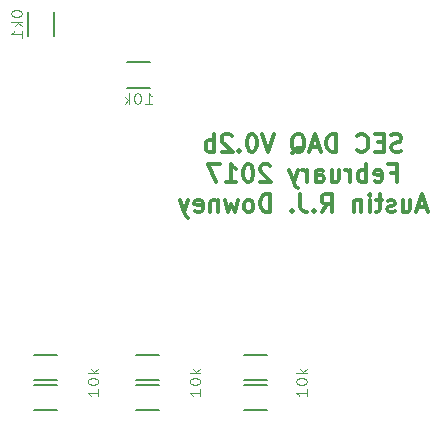
<source format=gbr>
G04 #@! TF.FileFunction,Legend,Bot*
%FSLAX46Y46*%
G04 Gerber Fmt 4.6, Leading zero omitted, Abs format (unit mm)*
G04 Created by KiCad (PCBNEW 4.0.5) date 02/15/17 17:48:56*
%MOMM*%
%LPD*%
G01*
G04 APERTURE LIST*
%ADD10C,0.100000*%
%ADD11C,0.300000*%
%ADD12C,0.150000*%
G04 APERTURE END LIST*
D10*
X169505238Y-97054143D02*
X170076667Y-97054143D01*
X169790953Y-97054143D02*
X169790953Y-96154143D01*
X169886191Y-96282714D01*
X169981429Y-96368429D01*
X170076667Y-96411286D01*
X168886191Y-96154143D02*
X168790952Y-96154143D01*
X168695714Y-96197000D01*
X168648095Y-96239857D01*
X168600476Y-96325571D01*
X168552857Y-96497000D01*
X168552857Y-96711286D01*
X168600476Y-96882714D01*
X168648095Y-96968429D01*
X168695714Y-97011286D01*
X168790952Y-97054143D01*
X168886191Y-97054143D01*
X168981429Y-97011286D01*
X169029048Y-96968429D01*
X169076667Y-96882714D01*
X169124286Y-96711286D01*
X169124286Y-96497000D01*
X169076667Y-96325571D01*
X169029048Y-96239857D01*
X168981429Y-96197000D01*
X168886191Y-96154143D01*
X168124286Y-97054143D02*
X168124286Y-96154143D01*
X168029048Y-96711286D02*
X167743333Y-97054143D01*
X167743333Y-96454143D02*
X168124286Y-96797000D01*
X183160143Y-121245238D02*
X183160143Y-121816667D01*
X183160143Y-121530953D02*
X182260143Y-121530953D01*
X182388714Y-121626191D01*
X182474429Y-121721429D01*
X182517286Y-121816667D01*
X182260143Y-120626191D02*
X182260143Y-120530952D01*
X182303000Y-120435714D01*
X182345857Y-120388095D01*
X182431571Y-120340476D01*
X182603000Y-120292857D01*
X182817286Y-120292857D01*
X182988714Y-120340476D01*
X183074429Y-120388095D01*
X183117286Y-120435714D01*
X183160143Y-120530952D01*
X183160143Y-120626191D01*
X183117286Y-120721429D01*
X183074429Y-120769048D01*
X182988714Y-120816667D01*
X182817286Y-120864286D01*
X182603000Y-120864286D01*
X182431571Y-120816667D01*
X182345857Y-120769048D01*
X182303000Y-120721429D01*
X182260143Y-120626191D01*
X183160143Y-119864286D02*
X182260143Y-119864286D01*
X182817286Y-119769048D02*
X183160143Y-119483333D01*
X182560143Y-119483333D02*
X182903000Y-119864286D01*
X174143143Y-121245238D02*
X174143143Y-121816667D01*
X174143143Y-121530953D02*
X173243143Y-121530953D01*
X173371714Y-121626191D01*
X173457429Y-121721429D01*
X173500286Y-121816667D01*
X173243143Y-120626191D02*
X173243143Y-120530952D01*
X173286000Y-120435714D01*
X173328857Y-120388095D01*
X173414571Y-120340476D01*
X173586000Y-120292857D01*
X173800286Y-120292857D01*
X173971714Y-120340476D01*
X174057429Y-120388095D01*
X174100286Y-120435714D01*
X174143143Y-120530952D01*
X174143143Y-120626191D01*
X174100286Y-120721429D01*
X174057429Y-120769048D01*
X173971714Y-120816667D01*
X173800286Y-120864286D01*
X173586000Y-120864286D01*
X173414571Y-120816667D01*
X173328857Y-120769048D01*
X173286000Y-120721429D01*
X173243143Y-120626191D01*
X174143143Y-119864286D02*
X173243143Y-119864286D01*
X173800286Y-119769048D02*
X174143143Y-119483333D01*
X173543143Y-119483333D02*
X173886000Y-119864286D01*
X165507143Y-121245238D02*
X165507143Y-121816667D01*
X165507143Y-121530953D02*
X164607143Y-121530953D01*
X164735714Y-121626191D01*
X164821429Y-121721429D01*
X164864286Y-121816667D01*
X164607143Y-120626191D02*
X164607143Y-120530952D01*
X164650000Y-120435714D01*
X164692857Y-120388095D01*
X164778571Y-120340476D01*
X164950000Y-120292857D01*
X165164286Y-120292857D01*
X165335714Y-120340476D01*
X165421429Y-120388095D01*
X165464286Y-120435714D01*
X165507143Y-120530952D01*
X165507143Y-120626191D01*
X165464286Y-120721429D01*
X165421429Y-120769048D01*
X165335714Y-120816667D01*
X165164286Y-120864286D01*
X164950000Y-120864286D01*
X164778571Y-120816667D01*
X164692857Y-120769048D01*
X164650000Y-120721429D01*
X164607143Y-120626191D01*
X165507143Y-119864286D02*
X164607143Y-119864286D01*
X165164286Y-119769048D02*
X165507143Y-119483333D01*
X164907143Y-119483333D02*
X165250000Y-119864286D01*
X158130143Y-89368428D02*
X158130143Y-89463667D01*
X158173000Y-89558905D01*
X158215857Y-89606524D01*
X158301571Y-89654143D01*
X158473000Y-89701762D01*
X158687286Y-89701762D01*
X158858714Y-89654143D01*
X158944429Y-89606524D01*
X158987286Y-89558905D01*
X159030143Y-89463667D01*
X159030143Y-89368428D01*
X158987286Y-89273190D01*
X158944429Y-89225571D01*
X158858714Y-89177952D01*
X158687286Y-89130333D01*
X158473000Y-89130333D01*
X158301571Y-89177952D01*
X158215857Y-89225571D01*
X158173000Y-89273190D01*
X158130143Y-89368428D01*
X159030143Y-90130333D02*
X158130143Y-90130333D01*
X158687286Y-90225571D02*
X159030143Y-90511286D01*
X158430143Y-90511286D02*
X158773000Y-90130333D01*
X159030143Y-91463667D02*
X159030143Y-90892238D01*
X159030143Y-91177952D02*
X158130143Y-91177952D01*
X158258714Y-91082714D01*
X158344429Y-90987476D01*
X158387286Y-90892238D01*
D11*
X191165714Y-101054143D02*
X190951428Y-101125571D01*
X190594285Y-101125571D01*
X190451428Y-101054143D01*
X190379999Y-100982714D01*
X190308571Y-100839857D01*
X190308571Y-100697000D01*
X190379999Y-100554143D01*
X190451428Y-100482714D01*
X190594285Y-100411286D01*
X190879999Y-100339857D01*
X191022857Y-100268429D01*
X191094285Y-100197000D01*
X191165714Y-100054143D01*
X191165714Y-99911286D01*
X191094285Y-99768429D01*
X191022857Y-99697000D01*
X190879999Y-99625571D01*
X190522857Y-99625571D01*
X190308571Y-99697000D01*
X189665714Y-100339857D02*
X189165714Y-100339857D01*
X188951428Y-101125571D02*
X189665714Y-101125571D01*
X189665714Y-99625571D01*
X188951428Y-99625571D01*
X187451428Y-100982714D02*
X187522857Y-101054143D01*
X187737143Y-101125571D01*
X187880000Y-101125571D01*
X188094285Y-101054143D01*
X188237143Y-100911286D01*
X188308571Y-100768429D01*
X188380000Y-100482714D01*
X188380000Y-100268429D01*
X188308571Y-99982714D01*
X188237143Y-99839857D01*
X188094285Y-99697000D01*
X187880000Y-99625571D01*
X187737143Y-99625571D01*
X187522857Y-99697000D01*
X187451428Y-99768429D01*
X185665714Y-101125571D02*
X185665714Y-99625571D01*
X185308571Y-99625571D01*
X185094286Y-99697000D01*
X184951428Y-99839857D01*
X184880000Y-99982714D01*
X184808571Y-100268429D01*
X184808571Y-100482714D01*
X184880000Y-100768429D01*
X184951428Y-100911286D01*
X185094286Y-101054143D01*
X185308571Y-101125571D01*
X185665714Y-101125571D01*
X184237143Y-100697000D02*
X183522857Y-100697000D01*
X184380000Y-101125571D02*
X183880000Y-99625571D01*
X183380000Y-101125571D01*
X181880000Y-101268429D02*
X182022857Y-101197000D01*
X182165714Y-101054143D01*
X182380000Y-100839857D01*
X182522857Y-100768429D01*
X182665714Y-100768429D01*
X182594286Y-101125571D02*
X182737143Y-101054143D01*
X182880000Y-100911286D01*
X182951429Y-100625571D01*
X182951429Y-100125571D01*
X182880000Y-99839857D01*
X182737143Y-99697000D01*
X182594286Y-99625571D01*
X182308572Y-99625571D01*
X182165714Y-99697000D01*
X182022857Y-99839857D01*
X181951429Y-100125571D01*
X181951429Y-100625571D01*
X182022857Y-100911286D01*
X182165714Y-101054143D01*
X182308572Y-101125571D01*
X182594286Y-101125571D01*
X180380000Y-99625571D02*
X179880000Y-101125571D01*
X179380000Y-99625571D01*
X178594286Y-99625571D02*
X178451429Y-99625571D01*
X178308572Y-99697000D01*
X178237143Y-99768429D01*
X178165714Y-99911286D01*
X178094286Y-100197000D01*
X178094286Y-100554143D01*
X178165714Y-100839857D01*
X178237143Y-100982714D01*
X178308572Y-101054143D01*
X178451429Y-101125571D01*
X178594286Y-101125571D01*
X178737143Y-101054143D01*
X178808572Y-100982714D01*
X178880000Y-100839857D01*
X178951429Y-100554143D01*
X178951429Y-100197000D01*
X178880000Y-99911286D01*
X178808572Y-99768429D01*
X178737143Y-99697000D01*
X178594286Y-99625571D01*
X177451429Y-100982714D02*
X177380001Y-101054143D01*
X177451429Y-101125571D01*
X177522858Y-101054143D01*
X177451429Y-100982714D01*
X177451429Y-101125571D01*
X176808572Y-99768429D02*
X176737143Y-99697000D01*
X176594286Y-99625571D01*
X176237143Y-99625571D01*
X176094286Y-99697000D01*
X176022857Y-99768429D01*
X175951429Y-99911286D01*
X175951429Y-100054143D01*
X176022857Y-100268429D01*
X176880000Y-101125571D01*
X175951429Y-101125571D01*
X175308572Y-101125571D02*
X175308572Y-99625571D01*
X175308572Y-100197000D02*
X175165715Y-100125571D01*
X174880001Y-100125571D01*
X174737144Y-100197000D01*
X174665715Y-100268429D01*
X174594286Y-100411286D01*
X174594286Y-100839857D01*
X174665715Y-100982714D01*
X174737144Y-101054143D01*
X174880001Y-101125571D01*
X175165715Y-101125571D01*
X175308572Y-101054143D01*
X190272855Y-102889857D02*
X190772855Y-102889857D01*
X190772855Y-103675571D02*
X190772855Y-102175571D01*
X190058569Y-102175571D01*
X188915713Y-103604143D02*
X189058570Y-103675571D01*
X189344284Y-103675571D01*
X189487141Y-103604143D01*
X189558570Y-103461286D01*
X189558570Y-102889857D01*
X189487141Y-102747000D01*
X189344284Y-102675571D01*
X189058570Y-102675571D01*
X188915713Y-102747000D01*
X188844284Y-102889857D01*
X188844284Y-103032714D01*
X189558570Y-103175571D01*
X188201427Y-103675571D02*
X188201427Y-102175571D01*
X188201427Y-102747000D02*
X188058570Y-102675571D01*
X187772856Y-102675571D01*
X187629999Y-102747000D01*
X187558570Y-102818429D01*
X187487141Y-102961286D01*
X187487141Y-103389857D01*
X187558570Y-103532714D01*
X187629999Y-103604143D01*
X187772856Y-103675571D01*
X188058570Y-103675571D01*
X188201427Y-103604143D01*
X186844284Y-103675571D02*
X186844284Y-102675571D01*
X186844284Y-102961286D02*
X186772856Y-102818429D01*
X186701427Y-102747000D01*
X186558570Y-102675571D01*
X186415713Y-102675571D01*
X185272856Y-102675571D02*
X185272856Y-103675571D01*
X185915713Y-102675571D02*
X185915713Y-103461286D01*
X185844285Y-103604143D01*
X185701427Y-103675571D01*
X185487142Y-103675571D01*
X185344285Y-103604143D01*
X185272856Y-103532714D01*
X183915713Y-103675571D02*
X183915713Y-102889857D01*
X183987142Y-102747000D01*
X184129999Y-102675571D01*
X184415713Y-102675571D01*
X184558570Y-102747000D01*
X183915713Y-103604143D02*
X184058570Y-103675571D01*
X184415713Y-103675571D01*
X184558570Y-103604143D01*
X184629999Y-103461286D01*
X184629999Y-103318429D01*
X184558570Y-103175571D01*
X184415713Y-103104143D01*
X184058570Y-103104143D01*
X183915713Y-103032714D01*
X183201427Y-103675571D02*
X183201427Y-102675571D01*
X183201427Y-102961286D02*
X183129999Y-102818429D01*
X183058570Y-102747000D01*
X182915713Y-102675571D01*
X182772856Y-102675571D01*
X182415713Y-102675571D02*
X182058570Y-103675571D01*
X181701428Y-102675571D02*
X182058570Y-103675571D01*
X182201428Y-104032714D01*
X182272856Y-104104143D01*
X182415713Y-104175571D01*
X180058571Y-102318429D02*
X179987142Y-102247000D01*
X179844285Y-102175571D01*
X179487142Y-102175571D01*
X179344285Y-102247000D01*
X179272856Y-102318429D01*
X179201428Y-102461286D01*
X179201428Y-102604143D01*
X179272856Y-102818429D01*
X180129999Y-103675571D01*
X179201428Y-103675571D01*
X178272857Y-102175571D02*
X178130000Y-102175571D01*
X177987143Y-102247000D01*
X177915714Y-102318429D01*
X177844285Y-102461286D01*
X177772857Y-102747000D01*
X177772857Y-103104143D01*
X177844285Y-103389857D01*
X177915714Y-103532714D01*
X177987143Y-103604143D01*
X178130000Y-103675571D01*
X178272857Y-103675571D01*
X178415714Y-103604143D01*
X178487143Y-103532714D01*
X178558571Y-103389857D01*
X178630000Y-103104143D01*
X178630000Y-102747000D01*
X178558571Y-102461286D01*
X178487143Y-102318429D01*
X178415714Y-102247000D01*
X178272857Y-102175571D01*
X176344286Y-103675571D02*
X177201429Y-103675571D01*
X176772857Y-103675571D02*
X176772857Y-102175571D01*
X176915714Y-102389857D01*
X177058572Y-102532714D01*
X177201429Y-102604143D01*
X175844286Y-102175571D02*
X174844286Y-102175571D01*
X175487143Y-103675571D01*
X193272858Y-105797000D02*
X192558572Y-105797000D01*
X193415715Y-106225571D02*
X192915715Y-104725571D01*
X192415715Y-106225571D01*
X191272858Y-105225571D02*
X191272858Y-106225571D01*
X191915715Y-105225571D02*
X191915715Y-106011286D01*
X191844287Y-106154143D01*
X191701429Y-106225571D01*
X191487144Y-106225571D01*
X191344287Y-106154143D01*
X191272858Y-106082714D01*
X190630001Y-106154143D02*
X190487144Y-106225571D01*
X190201429Y-106225571D01*
X190058572Y-106154143D01*
X189987144Y-106011286D01*
X189987144Y-105939857D01*
X190058572Y-105797000D01*
X190201429Y-105725571D01*
X190415715Y-105725571D01*
X190558572Y-105654143D01*
X190630001Y-105511286D01*
X190630001Y-105439857D01*
X190558572Y-105297000D01*
X190415715Y-105225571D01*
X190201429Y-105225571D01*
X190058572Y-105297000D01*
X189558572Y-105225571D02*
X188987143Y-105225571D01*
X189344286Y-104725571D02*
X189344286Y-106011286D01*
X189272858Y-106154143D01*
X189130000Y-106225571D01*
X188987143Y-106225571D01*
X188487143Y-106225571D02*
X188487143Y-105225571D01*
X188487143Y-104725571D02*
X188558572Y-104797000D01*
X188487143Y-104868429D01*
X188415715Y-104797000D01*
X188487143Y-104725571D01*
X188487143Y-104868429D01*
X187772857Y-105225571D02*
X187772857Y-106225571D01*
X187772857Y-105368429D02*
X187701429Y-105297000D01*
X187558571Y-105225571D01*
X187344286Y-105225571D01*
X187201429Y-105297000D01*
X187130000Y-105439857D01*
X187130000Y-106225571D01*
X184415714Y-106225571D02*
X184915714Y-105511286D01*
X185272857Y-106225571D02*
X185272857Y-104725571D01*
X184701429Y-104725571D01*
X184558571Y-104797000D01*
X184487143Y-104868429D01*
X184415714Y-105011286D01*
X184415714Y-105225571D01*
X184487143Y-105368429D01*
X184558571Y-105439857D01*
X184701429Y-105511286D01*
X185272857Y-105511286D01*
X183772857Y-106082714D02*
X183701429Y-106154143D01*
X183772857Y-106225571D01*
X183844286Y-106154143D01*
X183772857Y-106082714D01*
X183772857Y-106225571D01*
X182630000Y-104725571D02*
X182630000Y-105797000D01*
X182701428Y-106011286D01*
X182844285Y-106154143D01*
X183058571Y-106225571D01*
X183201428Y-106225571D01*
X181915714Y-106082714D02*
X181844286Y-106154143D01*
X181915714Y-106225571D01*
X181987143Y-106154143D01*
X181915714Y-106082714D01*
X181915714Y-106225571D01*
X180058571Y-106225571D02*
X180058571Y-104725571D01*
X179701428Y-104725571D01*
X179487143Y-104797000D01*
X179344285Y-104939857D01*
X179272857Y-105082714D01*
X179201428Y-105368429D01*
X179201428Y-105582714D01*
X179272857Y-105868429D01*
X179344285Y-106011286D01*
X179487143Y-106154143D01*
X179701428Y-106225571D01*
X180058571Y-106225571D01*
X178344285Y-106225571D02*
X178487143Y-106154143D01*
X178558571Y-106082714D01*
X178630000Y-105939857D01*
X178630000Y-105511286D01*
X178558571Y-105368429D01*
X178487143Y-105297000D01*
X178344285Y-105225571D01*
X178130000Y-105225571D01*
X177987143Y-105297000D01*
X177915714Y-105368429D01*
X177844285Y-105511286D01*
X177844285Y-105939857D01*
X177915714Y-106082714D01*
X177987143Y-106154143D01*
X178130000Y-106225571D01*
X178344285Y-106225571D01*
X177344285Y-105225571D02*
X177058571Y-106225571D01*
X176772857Y-105511286D01*
X176487142Y-106225571D01*
X176201428Y-105225571D01*
X175629999Y-105225571D02*
X175629999Y-106225571D01*
X175629999Y-105368429D02*
X175558571Y-105297000D01*
X175415713Y-105225571D01*
X175201428Y-105225571D01*
X175058571Y-105297000D01*
X174987142Y-105439857D01*
X174987142Y-106225571D01*
X173701428Y-106154143D02*
X173844285Y-106225571D01*
X174129999Y-106225571D01*
X174272856Y-106154143D01*
X174344285Y-106011286D01*
X174344285Y-105439857D01*
X174272856Y-105297000D01*
X174129999Y-105225571D01*
X173844285Y-105225571D01*
X173701428Y-105297000D01*
X173629999Y-105439857D01*
X173629999Y-105582714D01*
X174344285Y-105725571D01*
X173129999Y-105225571D02*
X172772856Y-106225571D01*
X172415714Y-105225571D02*
X172772856Y-106225571D01*
X172915714Y-106582714D01*
X172987142Y-106654143D01*
X173129999Y-106725571D01*
D12*
X161730000Y-91297000D02*
X161730000Y-89297000D01*
X159580000Y-89297000D02*
X159580000Y-91297000D01*
X169910000Y-93540000D02*
X167910000Y-93540000D01*
X167910000Y-95690000D02*
X169910000Y-95690000D01*
X179816000Y-120845000D02*
X177816000Y-120845000D01*
X177816000Y-122995000D02*
X179816000Y-122995000D01*
X170672000Y-118305000D02*
X168672000Y-118305000D01*
X168672000Y-120455000D02*
X170672000Y-120455000D01*
X170672000Y-120845000D02*
X168672000Y-120845000D01*
X168672000Y-122995000D02*
X170672000Y-122995000D01*
X162036000Y-118305000D02*
X160036000Y-118305000D01*
X160036000Y-120455000D02*
X162036000Y-120455000D01*
X162036000Y-120845000D02*
X160036000Y-120845000D01*
X160036000Y-122995000D02*
X162036000Y-122995000D01*
X179816000Y-118305000D02*
X177816000Y-118305000D01*
X177816000Y-120455000D02*
X179816000Y-120455000D01*
M02*

</source>
